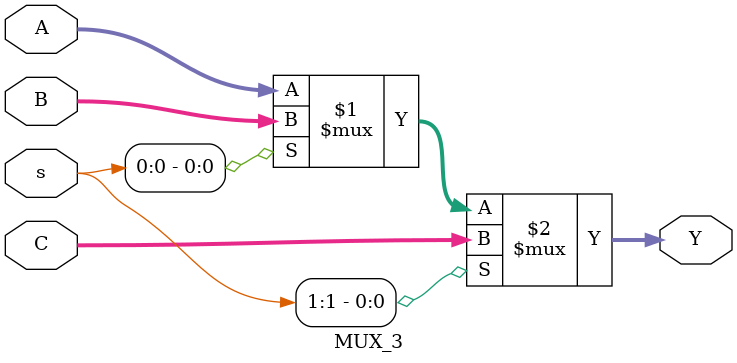
<source format=v>
module MUX_3 #(parameter width = 32)
(
    input[width - 1 : 0] A , B , C,
    input [1:0] s ,
    output [width - 1 : 0 ] Y
);
 assign Y = s[1] ? C : (s[0] ? B : A);
endmodule
</source>
